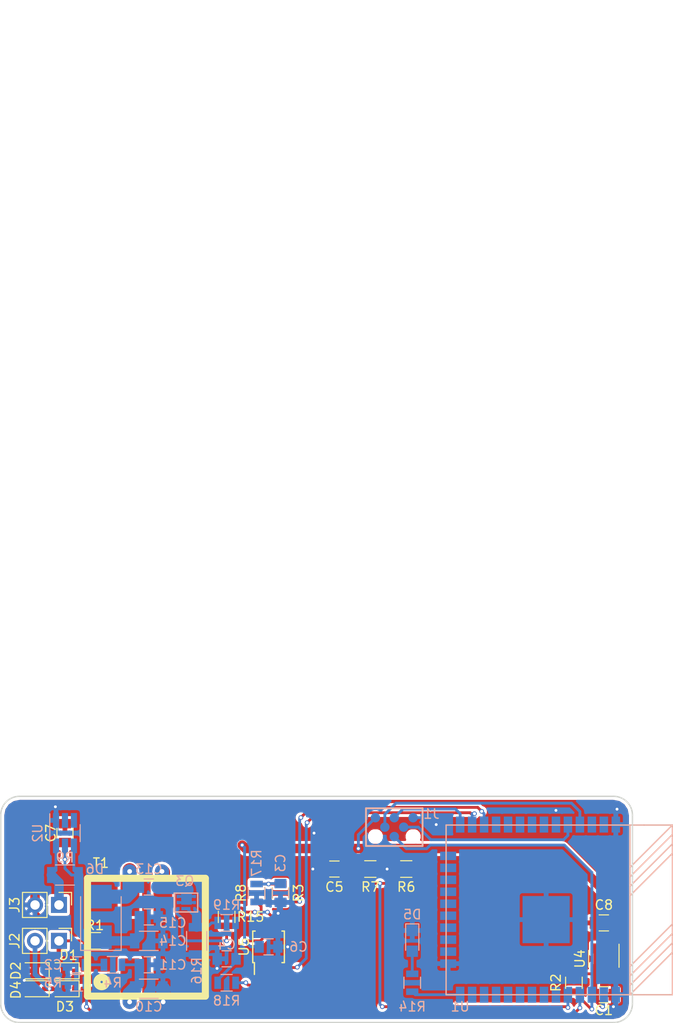
<source format=kicad_pcb>
(kicad_pcb (version 20170920) (host pcbnew no-vcs-found-df472e6~60~ubuntu16.04.1)
  (layers (0 F.Cu signal) (31 B.Cu signal) (34 B.Paste user) (35 F.Paste user) (36 B.SilkS user) (37 F.SilkS user) (38 B.Mask user) (39 F.Mask user) (44 Edge.Cuts user))
  (net 0 "")
  (net 1 GND)
  (net 2 +3V3)
  (net 3 /Vgen)
  (net 4 /Vbatt)
  (net 5 +BATT)
  (net 6 "Net-(D1-Pad2)")
  (net 7 "Net-(D3-Pad2)")
  (net 8 /rstBtn)
  (net 9 /vExtEnable)
  (net 10 "Net-(Q3-Pad1)")
  (net 11 /speedPulse)
  (net 12 /extScl)
  (net 13 /extSda)
  (net 14 "Net-(U1-Pad8)")
  (net 15 "Net-(U1-Pad9)")
  (net 16 "Net-(U1-Pad11)")
  (net 17 "Net-(U1-Pad12)")
  (net 18 "Net-(U1-Pad13)")
  (net 19 "Net-(U1-Pad16)")
  (net 20 "Net-(U1-Pad17)")
  (net 21 "Net-(U1-Pad18)")
  (net 22 "Net-(U1-Pad19)")
  (net 23 "Net-(U1-Pad20)")
  (net 24 "Net-(U1-Pad21)")
  (net 25 "Net-(U1-Pad22)")
  (net 26 "Net-(U1-Pad23)")
  (net 27 "Net-(U1-Pad24)")
  (net 28 "Net-(U1-Pad32)")
  (net 29 "Net-(U1-Pad33)")
  (net 30 "Net-(U1-Pad36)")
  (net 31 "Net-(U1-Pad37)")
  (net 32 "Net-(U4-Pad6)")
  (net 33 "Net-(Q3-Pad2)")
  (net 34 "Net-(C13-Pad2)")
  (net 35 /SepicConv./vIn)
  (net 36 "Net-(C13-Pad1)")
  (net 37 "Net-(U1-Pad7)")
  (net 38 "Net-(R14-Pad1)")
  (net 39 /sepicPwm)
  (net 40 /sepicImax)
  (net 41 "Net-(C3-Pad1)")
  (net 42 "Net-(R8-Pad1)")
  (net 43 "Net-(D5-Pad2)")
  (net 44 "Net-(R15-Pad2)")
  (net 45 "Net-(R18-Pad2)")
  (net 46 "Net-(C4-Pad1)")
  (net 47 "Net-(U5-Pad1)")
  (net 48 "Net-(J1-Pad2)")
  (net 49 "Net-(J1-Pad3)")
  (net 50 /progFlag)
  (net 51 /IBatt)
  (net 52 /IBattSign)
  (net 53 "Net-(J3-Pad1)")
  (module Capacitors_SMD:C_0805 (layer F.Cu) (at 43.815 128.905 90)
    (fp_text reference C7 (at 0 -1.5 90) (layer F.SilkS))
    (fp_text value 470n)
    (pad 2 smd rect (at 1 0 90) (size 1 1.25) (layers F.Cu F.Paste F.Mask) (net 1 GND))
    (pad 1 smd rect (at -1 0 90) (size 1 1.25) (layers F.Cu F.Paste F.Mask) (net 5 +BATT))
  )
  (module Resistors_SMD:R_1206 (layer B.Cu) (at 43.815 133.35 180)
    (fp_text reference R9 (at 0 1.85 180) (layer B.SilkS) (effects (justify mirror)))
    (fp_text value 100m)
    (pad 2 smd rect (at 1.45 0 180) (size 0.9 1.7) (layers B.Cu B.Paste B.Mask) (net 53 "Net-(J3-Pad1)"))
    (pad 1 smd rect (at -1.45 0 180) (size 0.9 1.7) (layers B.Cu B.Paste B.Mask) (net 5 +BATT))
  )
  (module TO_SOT_Packages_SMD:SOT-23-6_Handsoldering (layer B.Cu) (at 43.815 128.905 270)
    (fp_text reference U2 (at 0 2.9 270) (layer B.SilkS) (effects (justify mirror)))
    (fp_text value TS1101)
    (pad 5 smd rect (at 1.35 0 270) (size 1.56 0.65) (layers B.Cu B.Paste B.Mask) (net 5 +BATT))
    (pad 6 smd rect (at 1.35 0.95 270) (size 1.56 0.65) (layers B.Cu B.Paste B.Mask) (net 53 "Net-(J3-Pad1)"))
    (pad 4 smd rect (at 1.35 -0.95 270) (size 1.56 0.65) (layers B.Cu B.Paste B.Mask) (net 5 +BATT))
    (pad 3 smd rect (at -1.35 -0.95 270) (size 1.56 0.65) (layers B.Cu B.Paste B.Mask) (net 51 /IBatt))
    (pad 2 smd rect (at -1.35 0 270) (size 1.56 0.65) (layers B.Cu B.Paste B.Mask) (net 52 /IBattSign))
    (pad 1 smd rect (at -1.35 0.95 270) (size 1.56 0.65) (layers B.Cu B.Paste B.Mask) (net 1 GND))
  )
  (module Capacitors_SMD:C_0805 (layer F.Cu) (at 72.39 132.715 180)
    (fp_text reference C5 (at 0 -1.905 180) (layer F.SilkS))
    (fp_text value 47n)
    (pad 1 smd rect (at -1 0 180) (size 1 1.25) (layers F.Cu F.Paste F.Mask) (net 4 /Vbatt))
    (pad 2 smd rect (at 1 0 180) (size 1 1.25) (layers F.Cu F.Paste F.Mask) (net 1 GND))
  )
  (module myStuff:myPogoPads (layer B.Cu) (at 78.74 128.27)
    (fp_text reference J1 (at 3.937 -1.397) (layer B.SilkS) (effects (justify mirror)))
    (fp_text value Conn_01x06)
    (pad "" np_thru_hole circle (at 2 1) (size 1 1) (drill 1) (layers *.Cu *.Mask))
    (pad "" np_thru_hole circle (at -2 1) (size 1 1) (drill 1) (layers *.Cu *.Mask))
    (pad 6 smd circle (at 2 -1) (size 1 1) (layers B.Cu B.Paste B.Mask) (net 1 GND))
    (pad 5 smd circle (at 0 -1) (size 1 1) (layers B.Cu B.Paste B.Mask) (net 50 /progFlag))
    (pad 4 smd circle (at -2 -1) (size 1 1) (layers B.Cu B.Paste B.Mask) (net 5 +BATT))
    (pad 3 smd circle (at 1 0) (size 1 1) (layers B.Cu B.Paste B.Mask) (net 49 "Net-(J1-Pad3)"))
    (pad 2 smd circle (at -1 0) (size 1 1) (layers B.Cu B.Paste B.Mask) (net 48 "Net-(J1-Pad2)"))
    (pad 1 smd circle (at 0 1) (size 1 1) (layers B.Cu B.Paste B.Mask) (net 8 /rstBtn))
  )
  (module Capacitors_SMD:C_1206 (layer B.Cu) (at 52.705 145.415)
    (fp_text reference C10 (at 0 1.905 180) (layer B.SilkS) (effects (justify mirror)))
    (fp_text value 22u)
    (pad 1 smd rect (at -1.5 0) (size 1 1.6) (layers B.Cu B.Paste B.Mask) (net 35 /SepicConv./vIn))
    (pad 2 smd rect (at 1.5 0) (size 1 1.6) (layers B.Cu B.Paste B.Mask) (net 1 GND))
  )
  (module Capacitors_SMD:C_1206 (layer B.Cu) (at 52.705 140.335)
    (fp_text reference C14 (at 2.54 0) (layer B.SilkS) (effects (justify mirror)))
    (fp_text value 22u)
    (pad 2 smd rect (at 1.5 0) (size 1 1.6) (layers B.Cu B.Paste B.Mask) (net 1 GND))
    (pad 1 smd rect (at -1.5 0) (size 1 1.6) (layers B.Cu B.Paste B.Mask) (net 5 +BATT))
  )
  (module Capacitors_SMD:C_0805 (layer B.Cu) (at 52.705 137.795 180)
    (fp_text reference C15 (at -2.54 -0.635 180) (layer B.SilkS) (effects (justify mirror)))
    (fp_text value 470n)
    (pad 2 smd rect (at 1 0 180) (size 1 1.25) (layers B.Cu B.Paste B.Mask) (net 5 +BATT))
    (pad 1 smd rect (at -1 0 180) (size 1 1.25) (layers B.Cu B.Paste B.Mask) (net 1 GND))
  )
  (module Housings_SSOP:MSOP-8_3x3mm_Pitch0.65mm (layer F.Cu) (at 65.405 140.97 90)
    (fp_text reference U5 (at 0 -2.6 90) (layer F.SilkS))
    (fp_text value MCP1630)
    (pad 1 smd rect (at -2.2 -0.975 90) (size 1.45 0.45) (layers F.Cu F.Paste F.Mask) (net 47 "Net-(U5-Pad1)"))
    (pad 2 smd rect (at -2.2 -0.325 90) (size 1.45 0.45) (layers F.Cu F.Paste F.Mask) (net 47 "Net-(U5-Pad1)"))
    (pad 3 smd rect (at -2.2 0.325 90) (size 1.45 0.45) (layers F.Cu F.Paste F.Mask) (net 45 "Net-(R18-Pad2)"))
    (pad 4 smd rect (at -2.2 0.975 90) (size 1.45 0.45) (layers F.Cu F.Paste F.Mask) (net 39 /sepicPwm))
    (pad 5 smd rect (at 2.2 0.975 90) (size 1.45 0.45) (layers F.Cu F.Paste F.Mask) (net 1 GND))
    (pad 6 smd rect (at 2.2 0.325 90) (size 1.45 0.45) (layers F.Cu F.Paste F.Mask) (net 44 "Net-(R15-Pad2)"))
    (pad 7 smd rect (at 2.2 -0.325 90) (size 1.45 0.45) (layers F.Cu F.Paste F.Mask) (net 5 +BATT))
    (pad 8 smd rect (at 2.2 -0.975 90) (size 1.45 0.45) (layers F.Cu F.Paste F.Mask) (net 42 "Net-(R8-Pad1)"))
  )
  (module LEDs:LED_0805 (layer B.Cu) (at 80.645 140.335 270)
    (fp_text reference D5 (at -2.794 0) (layer B.SilkS) (effects (justify mirror)))
    (fp_text value LED)
    (pad 1 smd rect (at -1.1 0 90) (size 1.2 1.2) (layers B.Cu B.Paste B.Mask) (net 1 GND))
    (pad 2 smd rect (at 1.1 0 90) (size 1.2 1.2) (layers B.Cu B.Paste B.Mask) (net 43 "Net-(D5-Pad2)"))
  )
  (module Resistors_SMD:R_0805 (layer B.Cu) (at 60.96 138.43)
    (fp_text reference R19 (at 0 -1.905) (layer B.SilkS) (effects (justify mirror)))
    (fp_text value 4k7)
    (pad 1 smd rect (at -0.95 0) (size 0.7 1.3) (layers B.Cu B.Paste B.Mask) (net 33 "Net-(Q3-Pad2)"))
    (pad 2 smd rect (at 0.95 0) (size 0.7 1.3) (layers B.Cu B.Paste B.Mask) (net 46 "Net-(C4-Pad1)"))
  )
  (module Resistors_SMD:R_0805 (layer B.Cu) (at 60.96 144.78)
    (fp_text reference R18 (at 0 1.905) (layer B.SilkS) (effects (justify mirror)))
    (fp_text value 4k7)
    (pad 2 smd rect (at 0.95 0) (size 0.7 1.3) (layers B.Cu B.Paste B.Mask) (net 45 "Net-(R18-Pad2)"))
    (pad 1 smd rect (at -0.95 0) (size 0.7 1.3) (layers B.Cu B.Paste B.Mask) (net 46 "Net-(C4-Pad1)"))
  )
  (module Resistors_SMD:R_0805 (layer B.Cu) (at 64.135 135.255 90)
    (fp_text reference R17 (at 3.175 0 270) (layer B.SilkS) (effects (justify mirror)))
    (fp_text value 1k15)
    (pad 2 smd rect (at 0.95 0 90) (size 0.7 1.3) (layers B.Cu B.Paste B.Mask) (net 41 "Net-(C3-Pad1)"))
    (pad 1 smd rect (at -0.95 0 90) (size 0.7 1.3) (layers B.Cu B.Paste B.Mask) (net 1 GND))
  )
  (module Resistors_SMD:R_0805 (layer F.Cu) (at 60.96 137.795 90)
    (fp_text reference R15 (at 0 2.54 180) (layer F.SilkS))
    (fp_text value 10R)
    (pad 2 smd rect (at 0.95 0 90) (size 0.7 1.3) (layers F.Cu F.Paste F.Mask) (net 44 "Net-(R15-Pad2)"))
    (pad 1 smd rect (at -0.95 0 90) (size 0.7 1.3) (layers F.Cu F.Paste F.Mask) (net 10 "Net-(Q3-Pad1)"))
  )
  (module Resistors_SMD:R_1206 (layer B.Cu) (at 57.785 140.335 270)
    (fp_text reference R16 (at 3.175 0 90) (layer B.SilkS) (effects (justify mirror)))
    (fp_text value 0.1R)
    (pad 2 smd rect (at 1.45 0 270) (size 0.9 1.7) (layers B.Cu B.Paste B.Mask) (net 1 GND))
    (pad 1 smd rect (at -1.45 0 270) (size 0.9 1.7) (layers B.Cu B.Paste B.Mask) (net 33 "Net-(Q3-Pad2)"))
  )
  (module TO_SOT_Packages_SMD:SOT-23-6 (layer F.Cu) (at 100.965 142.24 270)
    (fp_text reference U4 (at 0 2.54 270) (layer F.SilkS))
    (fp_text value MAX8881)
    (pad 5 smd rect (at 1.1 0 270) (size 1.06 0.65) (layers F.Cu F.Paste F.Mask) (net 5 +BATT))
    (pad 6 smd rect (at 1.1 -0.95 270) (size 1.06 0.65) (layers F.Cu F.Paste F.Mask) (net 32 "Net-(U4-Pad6)"))
    (pad 4 smd rect (at 1.1 0.95 270) (size 1.06 0.65) (layers F.Cu F.Paste F.Mask) (net 2 +3V3))
    (pad 3 smd rect (at -1.1 0.95 270) (size 1.06 0.65) (layers F.Cu F.Paste F.Mask) (net 2 +3V3))
    (pad 2 smd rect (at -1.1 0 270) (size 1.06 0.65) (layers F.Cu F.Paste F.Mask) (net 1 GND))
    (pad 1 smd rect (at -1.1 -0.95 270) (size 1.06 0.65) (layers F.Cu F.Paste F.Mask) (net 5 +BATT))
  )
  (module myStuff:MSD1260 (layer F.Cu) (at 52.705 139.7 180)
    (fp_text reference T1 (at 5.08 7.62) (layer F.SilkS))
    (fp_text value MSD1260)
    (pad 1 smd rect (at 2 -4.5 180) (size 2 4) (layers F.Cu F.Paste F.Mask) (net 35 /SepicConv./vIn))
    (pad 2 smd rect (at -1.5 -4.5 180) (size 2 4) (layers F.Cu F.Paste F.Mask) (net 1 GND))
    (pad 3 smd rect (at -1.5 4 180) (size 2 4) (layers F.Cu F.Paste F.Mask) (net 34 "Net-(C13-Pad2)"))
    (pad 4 smd rect (at 2 4 180) (size 2 4) (layers F.Cu F.Paste F.Mask) (net 36 "Net-(C13-Pad1)"))
  )
  (module Capacitors_SMD:C_0805 (layer B.Cu) (at 66.675 135.255 270)
    (fp_text reference C3 (at -3.175 0 90) (layer B.SilkS) (effects (justify mirror)))
    (fp_text value 47n)
    (pad 2 smd rect (at 1 0 270) (size 1 1.25) (layers B.Cu B.Paste B.Mask) (net 1 GND))
    (pad 1 smd rect (at -1 0 270) (size 1 1.25) (layers B.Cu B.Paste B.Mask) (net 41 "Net-(C3-Pad1)"))
  )
  (module Resistors_SMD:R_0805 (layer B.Cu) (at 80.645 144.78 90)
    (fp_text reference R14 (at -2.54 0 180) (layer B.SilkS) (effects (justify mirror)))
    (fp_text value 470R)
    (pad 2 smd rect (at 0.95 0 90) (size 0.7 1.3) (layers B.Cu B.Paste B.Mask) (net 43 "Net-(D5-Pad2)"))
    (pad 1 smd rect (at -0.95 0 90) (size 0.7 1.3) (layers B.Cu B.Paste B.Mask) (net 38 "Net-(R14-Pad1)"))
  )
  (module Capacitors_SMD:C_0805 (layer F.Cu) (at 100.965 146.05 180)
    (fp_text reference C1 (at 0 -1.651 180) (layer F.SilkS))
    (fp_text value 470n)
    (pad 1 smd rect (at -1 0 180) (size 1 1.25) (layers F.Cu F.Paste F.Mask) (net 1 GND))
    (pad 2 smd rect (at 1 0 180) (size 1 1.25) (layers F.Cu F.Paste F.Mask) (net 2 +3V3))
  )
  (module Capacitors_SMD:C_0805 (layer B.Cu) (at 45.085 142.875 180)
    (fp_text reference C2 (at 2.54 0 180) (layer B.SilkS) (effects (justify mirror)))
    (fp_text value 47n)
    (pad 2 smd rect (at 1 0 180) (size 1 1.25) (layers B.Cu B.Paste B.Mask) (net 1 GND))
    (pad 1 smd rect (at -1 0 180) (size 1 1.25) (layers B.Cu B.Paste B.Mask) (net 3 /Vgen))
  )
  (module Capacitors_SMD:C_0805 (layer B.Cu) (at 60.96 142.24 180)
    (fp_text reference C4 (at 0 1.5 180) (layer B.SilkS) (effects (justify mirror)))
    (fp_text value 47p)
    (pad 1 smd rect (at -1 0 180) (size 1 1.25) (layers B.Cu B.Paste B.Mask) (net 46 "Net-(C4-Pad1)"))
    (pad 2 smd rect (at 1 0 180) (size 1 1.25) (layers B.Cu B.Paste B.Mask) (net 1 GND))
  )
  (module Capacitors_SMD:C_0805 (layer B.Cu) (at 65.405 140.97 180)
    (fp_text reference C6 (at -3.175 0 180) (layer B.SilkS) (effects (justify mirror)))
    (fp_text value 470n)
    (pad 1 smd rect (at -1 0 180) (size 1 1.25) (layers B.Cu B.Paste B.Mask) (net 1 GND))
    (pad 2 smd rect (at 1 0 180) (size 1 1.25) (layers B.Cu B.Paste B.Mask) (net 5 +BATT))
  )
  (module Capacitors_SMD:C_0805 (layer F.Cu) (at 100.965 138.43 180)
    (fp_text reference C8 (at 0 1.905 180) (layer F.SilkS))
    (fp_text value 470n)
    (pad 2 smd rect (at 1 0 180) (size 1 1.25) (layers F.Cu F.Paste F.Mask) (net 1 GND))
    (pad 1 smd rect (at -1 0 180) (size 1 1.25) (layers F.Cu F.Paste F.Mask) (net 5 +BATT))
  )
  (module Capacitors_SMD:C_0805 (layer B.Cu) (at 52.705 142.875 180)
    (fp_text reference C11 (at -2.54 0 180) (layer B.SilkS) (effects (justify mirror)))
    (fp_text value 470n)
    (pad 2 smd rect (at 1 0 180) (size 1 1.25) (layers B.Cu B.Paste B.Mask) (net 35 /SepicConv./vIn))
    (pad 1 smd rect (at -1 0 180) (size 1 1.25) (layers B.Cu B.Paste B.Mask) (net 1 GND))
  )
  (module Capacitors_SMD:C_0805 (layer B.Cu) (at 52.705 134.62)
    (fp_text reference C13 (at 0 -1.905) (layer B.SilkS) (effects (justify mirror)))
    (fp_text value 1u)
    (pad 2 smd rect (at 1 0) (size 1 1.25) (layers B.Cu B.Paste B.Mask) (net 34 "Net-(C13-Pad2)"))
    (pad 1 smd rect (at -1 0) (size 1 1.25) (layers B.Cu B.Paste B.Mask) (net 36 "Net-(C13-Pad1)"))
  )
  (module Diodes_SMD:D_SOD-323 (layer F.Cu) (at 43.815 143.51 180)
    (fp_text reference D1 (at -0.381 1.651) (layer F.SilkS))
    (fp_text value B5819WS)
    (pad 2 smd rect (at 1.05 0 180) (size 0.6 0.45) (layers F.Cu F.Paste F.Mask) (net 6 "Net-(D1-Pad2)"))
    (pad 1 smd rect (at -1.05 0 180) (size 0.6 0.45) (layers F.Cu F.Paste F.Mask) (net 35 /SepicConv./vIn))
  )
  (module Diodes_SMD:D_SOD-323 (layer F.Cu) (at 40.64 143.51 180)
    (fp_text reference D2 (at 2.032 0 90) (layer F.SilkS))
    (fp_text value B5819WS)
    (pad 1 smd rect (at -1.05 0 180) (size 0.6 0.45) (layers F.Cu F.Paste F.Mask) (net 6 "Net-(D1-Pad2)"))
    (pad 2 smd rect (at 1.05 0 180) (size 0.6 0.45) (layers F.Cu F.Paste F.Mask) (net 1 GND))
  )
  (module Diodes_SMD:D_SOD-323 (layer F.Cu) (at 43.815 145.415 180)
    (fp_text reference D3 (at 0 -1.905) (layer F.SilkS))
    (fp_text value B5819WS)
    (pad 2 smd rect (at 1.05 0 180) (size 0.6 0.45) (layers F.Cu F.Paste F.Mask) (net 7 "Net-(D3-Pad2)"))
    (pad 1 smd rect (at -1.05 0 180) (size 0.6 0.45) (layers F.Cu F.Paste F.Mask) (net 35 /SepicConv./vIn))
  )
  (module Diodes_SMD:D_SOD-323 (layer F.Cu) (at 40.64 145.415 180)
    (fp_text reference D4 (at 2.032 -0.127 90) (layer F.SilkS))
    (fp_text value B5819WS)
    (pad 2 smd rect (at 1.05 0 180) (size 0.6 0.45) (layers F.Cu F.Paste F.Mask) (net 1 GND))
    (pad 1 smd rect (at -1.05 0 180) (size 0.6 0.45) (layers F.Cu F.Paste F.Mask) (net 7 "Net-(D3-Pad2)"))
  )
  (module Diodes_SMD:D_SMB_Standard (layer B.Cu) (at 47.625 137.795 90)
    (fp_text reference D6 (at 5.08 -0.635 180) (layer B.SilkS) (effects (justify mirror)))
    (fp_text value STPS3L40UF)
    (pad 2 smd rect (at 2.15 0 90) (size 2.5 2.3) (layers B.Cu B.Paste B.Mask) (net 36 "Net-(C13-Pad1)"))
    (pad 1 smd rect (at -2.15 0 90) (size 2.5 2.3) (layers B.Cu B.Paste B.Mask) (net 5 +BATT))
  )
  (module myStuff:PowerFLAT_2x2 (layer B.Cu) (at 56.642 136.271 270)
    (fp_text reference Q3 (at -2.286 0.127) (layer B.SilkS) (effects (justify mirror)))
    (fp_text value STL6N3LLH6)
    (pad 2 smd rect (at 0.65 0 270) (size 0.35 0.95) (layers B.Cu B.Paste B.Mask) (net 33 "Net-(Q3-Pad2)"))
    (pad 3 smd rect (at -0.3 -0.0625 270) (size 1.05 1.125) (layers B.Cu B.Paste B.Mask) (net 34 "Net-(C13-Pad2)"))
    (pad 1 smd rect (at 0.65 0.825 270) (size 0.35 0.3) (layers B.Cu B.Paste B.Mask) (net 10 "Net-(Q3-Pad1)"))
    (pad 3 smd rect (at -0.65 0.825 270) (size 0.35 0.3) (layers B.Cu B.Paste B.Mask) (net 34 "Net-(C13-Pad2)"))
    (pad 3 smd rect (at 0 0.825 270) (size 0.35 0.3) (layers B.Cu B.Paste B.Mask) (net 34 "Net-(C13-Pad2)"))
    (pad 3 smd rect (at -0.65 -0.925 270) (size 0.35 0.3) (layers B.Cu B.Paste B.Mask) (net 34 "Net-(C13-Pad2)"))
    (pad 3 smd rect (at 0 -0.925 270) (size 0.35 0.3) (layers B.Cu B.Paste B.Mask) (net 34 "Net-(C13-Pad2)"))
    (pad 2 smd rect (at 0.65 -0.925 270) (size 0.35 0.3) (layers B.Cu B.Paste B.Mask) (net 33 "Net-(Q3-Pad2)"))
  )
  (module Resistors_SMD:R_0805 (layer F.Cu) (at 46.99 140.335)
    (fp_text reference R1 (at 0 -1.65) (layer F.SilkS))
    (fp_text value 47k)
    (pad 2 smd rect (at 0.949999 0) (size 0.7 1.3) (layers F.Cu F.Paste F.Mask) (net 11 /speedPulse))
    (pad 1 smd rect (at -0.949999 0) (size 0.7 1.3) (layers F.Cu F.Paste F.Mask) (net 6 "Net-(D1-Pad2)"))
  )
  (module Resistors_SMD:R_0805 (layer F.Cu) (at 97.79 144.78 270)
    (fp_text reference R2 (at 0 1.905 270) (layer F.SilkS))
    (fp_text value 470k)
    (pad 1 smd rect (at -0.95 0 270) (size 0.7 1.3) (layers F.Cu F.Paste F.Mask) (net 2 +3V3))
    (pad 2 smd rect (at 0.95 0 270) (size 0.7 1.3) (layers F.Cu F.Paste F.Mask) (net 8 /rstBtn))
  )
  (module Resistors_SMD:R_0805 (layer F.Cu) (at 66.675 135.255 270)
    (fp_text reference R3 (at 0 -1.905 90) (layer F.SilkS))
    (fp_text value 4k7)
    (pad 2 smd rect (at 0.95 0 270) (size 0.7 1.3) (layers F.Cu F.Paste F.Mask) (net 40 /sepicImax))
    (pad 1 smd rect (at -0.95 0 270) (size 0.7 1.3) (layers F.Cu F.Paste F.Mask) (net 41 "Net-(C3-Pad1)"))
  )
  (module Resistors_SMD:R_0805 (layer B.Cu) (at 48.895 142.875 180)
    (fp_text reference R4 (at 0 -1.905 180) (layer B.SilkS) (effects (justify mirror)))
    (fp_text value 30k1)
    (pad 2 smd rect (at 0.95 0 180) (size 0.7 1.3) (layers B.Cu B.Paste B.Mask) (net 3 /Vgen))
    (pad 1 smd rect (at -0.95 0 180) (size 0.7 1.3) (layers B.Cu B.Paste B.Mask) (net 35 /SepicConv./vIn))
  )
  (module Resistors_SMD:R_0805 (layer B.Cu) (at 45.085 144.78 180)
    (fp_text reference R5 (at 2.54 0 180) (layer B.SilkS) (effects (justify mirror)))
    (fp_text value 1k15)
    (pad 1 smd rect (at -0.95 0 180) (size 0.7 1.3) (layers B.Cu B.Paste B.Mask) (net 3 /Vgen))
    (pad 2 smd rect (at 0.95 0 180) (size 0.7 1.3) (layers B.Cu B.Paste B.Mask) (net 1 GND))
  )
  (module Resistors_SMD:R_0805 (layer F.Cu) (at 80.01 132.715 180)
    (fp_text reference R6 (at 0 -1.905 180) (layer F.SilkS))
    (fp_text value 1M150)
    (pad 1 smd rect (at -0.95 0 180) (size 0.7 1.3) (layers F.Cu F.Paste F.Mask) (net 5 +BATT))
    (pad 2 smd rect (at 0.95 0 180) (size 0.7 1.3) (layers F.Cu F.Paste F.Mask) (net 4 /Vbatt))
  )
  (module Resistors_SMD:R_0805 (layer F.Cu) (at 76.2 132.715)
    (fp_text reference R7 (at 0 1.905) (layer F.SilkS))
    (fp_text value 365k)
    (pad 2 smd rect (at 0.95 0) (size 0.7 1.3) (layers F.Cu F.Paste F.Mask) (net 1 GND))
    (pad 1 smd rect (at -0.95 0) (size 0.7 1.3) (layers F.Cu F.Paste F.Mask) (net 4 /Vbatt))
  )
  (module Resistors_SMD:R_0805 (layer F.Cu) (at 64.135 135.255 90)
    (fp_text reference R8 (at 0 -1.65 90) (layer F.SilkS))
    (fp_text value 4k7)
    (pad 1 smd rect (at -0.95 0 90) (size 0.7 1.3) (layers F.Cu F.Paste F.Mask) (net 42 "Net-(R8-Pad1)"))
    (pad 2 smd rect (at 0.95 0 90) (size 0.7 1.3) (layers F.Cu F.Paste F.Mask) (net 41 "Net-(C3-Pad1)"))
  )
  (module myStuff:ESP-WROOM-32 (layer B.Cu) (at 102.235 146.05 90)
    (fp_text reference U1 (at -1.27 -16.51 180) (layer B.SilkS) (effects (justify mirror)))
    (fp_text value ESP-WROOM-32)
    (pad 1 smd rect (at 0 0 90) (size 1.7 0.9) (layers B.Cu B.Paste B.Mask) (net 1 GND))
    (pad 2 smd rect (at 0 -1.27 90) (size 1.7 0.9) (layers B.Cu B.Paste B.Mask) (net 2 +3V3))
    (pad 3 smd rect (at 0 -2.54 90) (size 1.7 0.9) (layers B.Cu B.Paste B.Mask) (net 8 /rstBtn))
    (pad 4 smd rect (at 0 -3.81 90) (size 1.7 0.9) (layers B.Cu B.Paste B.Mask) (net 3 /Vgen))
    (pad 5 smd rect (at 0 -5.08 90) (size 1.7 0.9) (layers B.Cu B.Paste B.Mask) (net 4 /Vbatt))
    (pad 6 smd rect (at 0 -6.35 90) (size 1.7 0.9) (layers B.Cu B.Paste B.Mask) (net 51 /IBatt))
    (pad 7 smd rect (at 0 -7.62 90) (size 1.7 0.9) (layers B.Cu B.Paste B.Mask) (net 37 "Net-(U1-Pad7)"))
    (pad 8 smd rect (at 0 -8.89 90) (size 1.7 0.9) (layers B.Cu B.Paste B.Mask) (net 14 "Net-(U1-Pad8)"))
    (pad 9 smd rect (at 0 -10.16 90) (size 1.7 0.9) (layers B.Cu B.Paste B.Mask) (net 15 "Net-(U1-Pad9)"))
    (pad 10 smd rect (at 0 -11.43 90) (size 1.7 0.9) (layers B.Cu B.Paste B.Mask) (net 52 /IBattSign))
    (pad 11 smd rect (at 0 -12.7 90) (size 1.7 0.9) (layers B.Cu B.Paste B.Mask) (net 16 "Net-(U1-Pad11)"))
    (pad 12 smd rect (at 0 -13.97 90) (size 1.7 0.9) (layers B.Cu B.Paste B.Mask) (net 17 "Net-(U1-Pad12)"))
    (pad 13 smd rect (at 0 -15.24 90) (size 1.7 0.9) (layers B.Cu B.Paste B.Mask) (net 18 "Net-(U1-Pad13)"))
    (pad 14 smd rect (at 0 -16.51 90) (size 1.7 0.9) (layers B.Cu B.Paste B.Mask) (net 38 "Net-(R14-Pad1)"))
    (pad 15 smd rect (at 3.3 -17.78) (size 1.7 0.9) (layers B.Cu B.Paste B.Mask) (net 1 GND))
    (pad 16 smd rect (at 4.57 -17.78) (size 1.7 0.9) (layers B.Cu B.Paste B.Mask) (net 19 "Net-(U1-Pad16)"))
    (pad 17 smd rect (at 5.84 -17.78) (size 1.7 0.9) (layers B.Cu B.Paste B.Mask) (net 20 "Net-(U1-Pad17)"))
    (pad 18 smd rect (at 7.11 -17.78) (size 1.7 0.9) (layers B.Cu B.Paste B.Mask) (net 21 "Net-(U1-Pad18)"))
    (pad 19 smd rect (at 8.38 -17.78) (size 1.7 0.9) (layers B.Cu B.Paste B.Mask) (net 22 "Net-(U1-Pad19)"))
    (pad 20 smd rect (at 9.65 -17.78) (size 1.7 0.9) (layers B.Cu B.Paste B.Mask) (net 23 "Net-(U1-Pad20)"))
    (pad 21 smd rect (at 10.92 -17.78) (size 1.7 0.9) (layers B.Cu B.Paste B.Mask) (net 24 "Net-(U1-Pad21)"))
    (pad 22 smd rect (at 12.19 -17.78) (size 1.7 0.9) (layers B.Cu B.Paste B.Mask) (net 25 "Net-(U1-Pad22)"))
    (pad 23 smd rect (at 13.46 -17.78) (size 1.7 0.9) (layers B.Cu B.Paste B.Mask) (net 26 "Net-(U1-Pad23)"))
    (pad 24 smd rect (at 14.73 -17.78) (size 1.7 0.9) (layers B.Cu B.Paste B.Mask) (net 27 "Net-(U1-Pad24)"))
    (pad 25 smd rect (at 18.05 -16.51 90) (size 1.7 0.9) (layers B.Cu B.Paste B.Mask) (net 50 /progFlag))
    (pad 26 smd rect (at 18.05 -15.24 90) (size 1.7 0.9) (layers B.Cu B.Paste B.Mask) (net 39 /sepicPwm))
    (pad 27 smd rect (at 18.05 -13.97 90) (size 1.7 0.9) (layers B.Cu B.Paste B.Mask) (net 40 /sepicImax))
    (pad 28 smd rect (at 18.05 -12.7 90) (size 1.7 0.9) (layers B.Cu B.Paste B.Mask) (net 9 /vExtEnable))
    (pad 29 smd rect (at 18.05 -11.43 90) (size 1.7 0.9) (layers B.Cu B.Paste B.Mask) (net 11 /speedPulse))
    (pad 30 smd rect (at 18.05 -10.16 90) (size 1.7 0.9) (layers B.Cu B.Paste B.Mask) (net 12 /extScl))
    (pad 31 smd rect (at 18.05 -8.89 90) (size 1.7 0.9) (layers B.Cu B.Paste B.Mask) (net 13 /extSda))
    (pad 32 smd rect (at 18.05 -7.62 90) (size 1.7 0.9) (layers B.Cu B.Paste B.Mask) (net 28 "Net-(U1-Pad32)"))
    (pad 33 smd rect (at 18.05 -6.35 90) (size 1.7 0.9) (layers B.Cu B.Paste B.Mask) (net 29 "Net-(U1-Pad33)"))
    (pad 34 smd rect (at 18.05 -5.08 90) (size 1.7 0.9) (layers B.Cu B.Paste B.Mask) (net 49 "Net-(J1-Pad3)"))
    (pad 35 smd rect (at 18.05 -3.81 90) (size 1.7 0.9) (layers B.Cu B.Paste B.Mask) (net 48 "Net-(J1-Pad2)"))
    (pad 36 smd rect (at 18.05 -2.54 90) (size 1.7 0.9) (layers B.Cu B.Paste B.Mask) (net 30 "Net-(U1-Pad36)"))
    (pad 37 smd rect (at 18.05 -1.27 90) (size 1.7 0.9) (layers B.Cu B.Paste B.Mask) (net 31 "Net-(U1-Pad37)"))
    (pad 38 smd rect (at 18.05 0 90) (size 1.7 0.9) (layers B.Cu B.Paste B.Mask) (net 1 GND))
    (pad 39 smd rect (at 7.97 -7.39) (size 5 5) (layers B.Cu B.Paste B.Mask) (net 1 GND))
  )
  (module Pin_Headers:Pin_Header_Straight_1x02_Pitch2.54mm (layer F.Cu) (at 43.18 140.335 270)
    (fp_text reference J2 (at 0 4.699 270) (layer F.SilkS))
    (fp_text value "Gen. IN")
    (pad 2 thru_hole oval (at 0 2.54 270) (size 1.7 1.7) (drill 1) (layers *.Cu *.Mask) (net 7 "Net-(D3-Pad2)"))
    (pad 1 thru_hole rect (at 0 0 270) (size 1.7 1.7) (drill 1) (layers *.Cu *.Mask) (net 6 "Net-(D1-Pad2)"))
  )
  (module Pin_Headers:Pin_Header_Straight_1x02_Pitch2.54mm (layer F.Cu) (at 43.18 136.525 270)
    (fp_text reference J3 (at 0 4.699 270) (layer F.SilkS))
    (fp_text value Bat)
    (pad 1 thru_hole rect (at 0 0 270) (size 1.7 1.7) (drill 1) (layers *.Cu *.Mask) (net 53 "Net-(J3-Pad1)"))
    (pad 2 thru_hole oval (at 0 2.54 270) (size 1.7 1.7) (drill 1) (layers *.Cu *.Mask) (net 1 GND))
  )
  (gr_arc (start 102 127) (end 104 127) (angle -90) (layer Edge.Cuts) (width 0.15))
  (gr_arc (start 102 147) (end 102 149) (angle -90) (layer Edge.Cuts) (width 0.15))
  (gr_arc (start 39 147) (end 37 147) (angle -90) (layer Edge.Cuts) (width 0.15))
  (gr_arc (start 39 127) (end 39 125) (angle -90) (layer Edge.Cuts) (width 0.15))
  (gr_line (start 102 125) (end 39 125) (layer Edge.Cuts) (width 0.15))
  (gr_line (start 39 149) (end 102 149) (layer Edge.Cuts) (width 0.15))
  (gr_line (start 37 127) (end 37 147) (layer Edge.Cuts) (width 0.15))
  (gr_line (start 104 127) (end 104 147) (layer Edge.Cuts) (width 0.15))
  (segment (start 42.104919 133.858) (end 42.104919 126.805081) (width 0.3) (layer F.Cu) (net 1))
  (segment (start 42.104919 126.805081) (end 42.799 126.111) (width 0.3) (layer F.Cu) (net 1))
  (segment (start 42.799 126.111) (end 42.799 127.489) (width 0.3) (layer B.Cu) (net 1))
  (segment (start 42.799 127.489) (end 42.865 127.555) (width 0.3) (layer B.Cu) (net 1))
  (segment (start 43.815 127.905) (end 43.815 127.127) (width 0.3) (layer F.Cu) (net 1))
  (segment (start 43.815 127.127) (end 42.799 126.111) (width 0.3) (layer F.Cu) (net 1))
  (via (at 42.799 126.111) (size 0.5) (drill 0.3) (layers F.Cu B.Cu) (net 1))
  (segment (start 40.64 135.322919) (end 42.104919 133.858) (width 1) (layer F.Cu) (net 1))
  (segment (start 51.308 128.905) (end 56.292092 128.905) (width 1) (layer F.Cu) (net 1))
  (segment (start 42.104919 133.858) (end 46.355 133.858) (width 1) (layer F.Cu) (net 1))
  (segment (start 46.355 133.858) (end 51.308 128.905) (width 1) (layer F.Cu) (net 1))
  (segment (start 56.292092 128.905) (end 70.104 128.905) (width 1) (layer F.Cu) (net 1))
  (segment (start 40.64 136.525) (end 40.64 135.322919) (width 1) (layer F.Cu) (net 1))
  (segment (start 44.085 142.875) (end 44.085 144.73) (width 0.3) (layer B.Cu) (net 1))
  (segment (start 44.085 144.73) (end 44.135 144.78) (width 0.3) (layer B.Cu) (net 1))
  (segment (start 43.561 146.431) (end 44.135 145.857) (width 0.3) (layer B.Cu) (net 1))
  (segment (start 44.135 145.857) (end 44.135 144.78) (width 0.3) (layer B.Cu) (net 1))
  (segment (start 39.496996 144.526) (end 41.401996 146.431) (width 0.3) (layer B.Cu) (net 1))
  (segment (start 41.401996 146.431) (end 43.561 146.431) (width 0.3) (layer B.Cu) (net 1))
  (via (at 95.885 126.492) (size 0.5) (drill 0.3) (layers F.Cu B.Cu) (net 1))
  (segment (start 82.423 137.16) (end 82.423 139.192) (width 0.3) (layer B.Cu) (net 1))
  (segment (start 82.423 139.192) (end 82.423 141.986) (width 0.3) (layer B.Cu) (net 1))
  (segment (start 80.645 139.235) (end 82.38 139.235) (width 0.3) (layer B.Cu) (net 1))
  (segment (start 82.38 139.235) (end 82.423 139.192) (width 0.3) (layer B.Cu) (net 1))
  (segment (start 82.423 141.986) (end 83.187 142.75) (width 0.3) (layer B.Cu) (net 1))
  (segment (start 83.187 142.75) (end 84.455 142.75) (width 0.3) (layer B.Cu) (net 1))
  (segment (start 77.978 132.715) (end 82.423 137.16) (width 0.3) (layer B.Cu) (net 1))
  (segment (start 77.978 132.715) (end 70.104 132.715) (width 0.3) (layer B.Cu) (net 1))
  (segment (start 77.15 132.715) (end 77.978 132.715) (width 0.3) (layer F.Cu) (net 1))
  (via (at 77.978 132.715) (size 0.5) (drill 0.3) (layers F.Cu B.Cu) (net 1))
  (segment (start 70.104 132.715) (end 70.104 129.032) (width 0.3) (layer B.Cu) (net 1))
  (segment (start 70.104 129.032) (end 70.231 128.905) (width 0.3) (layer B.Cu) (net 1))
  (via (at 70.231 128.905) (size 0.5) (drill 0.3) (layers F.Cu B.Cu) (net 1))
  (segment (start 71.39 132.715) (end 70.104 132.715) (width 0.3) (layer F.Cu) (net 1))
  (via (at 70.104 132.715) (size 0.5) (drill 0.3) (layers F.Cu B.Cu) (net 1))
  (segment (start 71.136001 127.999999) (end 83.185 127.999999) (width 1) (layer F.Cu) (net 1))
  (segment (start 83.185 127.999999) (end 100.727001 127.999999) (width 1) (layer F.Cu) (net 1))
  (segment (start 80.74 127.27) (end 82.455001 127.27) (width 0.3) (layer B.Cu) (net 1))
  (segment (start 82.455001 127.27) (end 83.185 127.999999) (width 0.3) (layer B.Cu) (net 1))
  (via (at 83.185 127.999999) (size 0.5) (drill 0.3) (layers F.Cu B.Cu) (net 1))
  (segment (start 102.235 128) (end 102.235 126.492) (width 0.5) (layer B.Cu) (net 1))
  (segment (start 102.235 126.492) (end 102.362 126.365) (width 0.5) (layer B.Cu) (net 1))
  (segment (start 70.231 128.905) (end 71.136001 127.999999) (width 1) (layer F.Cu) (net 1))
  (segment (start 100.727001 127.999999) (end 102.362 126.365) (width 1) (layer F.Cu) (net 1))
  (via (at 102.362 126.365) (size 0.5) (drill 0.3) (layers F.Cu B.Cu) (net 1))
  (segment (start 70.231 128.905) (end 70.612 128.905) (width 0.3) (layer F.Cu) (net 1))
  (segment (start 39.246997 144.276001) (end 39.496996 144.526) (width 0.5) (layer B.Cu) (net 1))
  (segment (start 39.246997 137.918003) (end 39.246997 144.276001) (width 0.5) (layer B.Cu) (net 1))
  (segment (start 40.64 136.525) (end 39.246997 137.918003) (width 0.5) (layer B.Cu) (net 1))
  (segment (start 54.229 146.317026) (end 54.229 146.812) (width 1.5) (layer F.Cu) (net 1))
  (segment (start 54.229 144.224) (end 54.229 146.317026) (width 1.5) (layer F.Cu) (net 1))
  (segment (start 54.205 144.2) (end 54.229 144.224) (width 1.5) (layer F.Cu) (net 1))
  (segment (start 54.229 146.317026) (end 54.229 146.812) (width 1.5) (layer B.Cu) (net 1))
  (segment (start 54.205 145.415) (end 54.229 145.439) (width 1.5) (layer B.Cu) (net 1))
  (segment (start 54.229 145.439) (end 54.229 146.317026) (width 1.5) (layer B.Cu) (net 1))
  (via (at 54.229 146.812) (size 0.7) (drill 0.5) (layers F.Cu B.Cu) (net 1))
  (segment (start 54.205 144.2) (end 54.205 141.835) (width 0.5) (layer F.Cu) (net 1))
  (segment (start 54.205 141.835) (end 50.927 138.557) (width 0.5) (layer F.Cu) (net 1))
  (segment (start 50.927 138.557) (end 41.91 138.557) (width 0.5) (layer F.Cu) (net 1))
  (segment (start 41.91 138.557) (end 40.64 137.287) (width 0.5) (layer F.Cu) (net 1))
  (segment (start 40.64 137.287) (end 40.64 136.525) (width 0.5) (layer F.Cu) (net 1))
  (segment (start 61.468 141.732) (end 66.675 141.732) (width 0.3) (layer F.Cu) (net 1))
  (segment (start 66.675 141.732) (end 67.437 140.97) (width 0.3) (layer F.Cu) (net 1))
  (segment (start 59.944 143.256) (end 61.468 141.732) (width 0.3) (layer F.Cu) (net 1))
  (segment (start 59.96 142.24) (end 59.96 143.24) (width 0.3) (layer B.Cu) (net 1))
  (segment (start 59.96 143.24) (end 59.944 143.256) (width 0.3) (layer B.Cu) (net 1))
  (via (at 59.944 143.256) (size 0.5) (drill 0.3) (layers F.Cu B.Cu) (net 1))
  (segment (start 102.235 139.827) (end 102.235 129.35) (width 0.5) (layer B.Cu) (net 1))
  (segment (start 102.235 129.35) (end 102.235 128) (width 0.5) (layer B.Cu) (net 1))
  (segment (start 102.235 139.827) (end 102.235 141.733553) (width 0.5) (layer B.Cu) (net 1))
  (segment (start 101.965 146.05) (end 101.965 147.304022) (width 0.5) (layer F.Cu) (net 1))
  (segment (start 102.230999 147.070023) (end 101.981 147.320022) (width 0.5) (layer B.Cu) (net 1))
  (segment (start 102.235 147.066022) (end 102.230999 147.070023) (width 0.5) (layer B.Cu) (net 1))
  (segment (start 102.235 146.05) (end 102.235 147.066022) (width 0.5) (layer B.Cu) (net 1))
  (segment (start 101.965 147.304022) (end 101.981 147.320022) (width 0.5) (layer F.Cu) (net 1))
  (via (at 101.981 147.320022) (size 0.5) (drill 0.3) (layers F.Cu B.Cu) (net 1))
  (segment (start 102.235 141.733553) (end 102.235 144.7) (width 0.5) (layer B.Cu) (net 1))
  (segment (start 102.235 144.7) (end 102.235 146.05) (width 0.5) (layer B.Cu) (net 1))
  (segment (start 100.682 139.827) (end 100.047 139.192) (width 0.5) (layer F.Cu) (net 1))
  (segment (start 100.965 140.11) (end 100.682 139.827) (width 0.5) (layer F.Cu) (net 1))
  (segment (start 100.047 139.192) (end 100.047 138.512) (width 0.5) (layer F.Cu) (net 1))
  (segment (start 100.047 138.512) (end 99.965 138.43) (width 0.5) (layer F.Cu) (net 1))
  (segment (start 100.965 141.14) (end 100.965 140.11) (width 0.5) (layer F.Cu) (net 1))
  (segment (start 66.38 138.77) (end 66.38 139.913) (width 0.3) (layer F.Cu) (net 1))
  (segment (start 66.38 139.913) (end 67.437 140.97) (width 0.3) (layer F.Cu) (net 1))
  (segment (start 66.405 140.97) (end 67.437 140.97) (width 0.5) (layer B.Cu) (net 1))
  (via (at 67.437 140.97) (size 0.5) (drill 0.3) (layers F.Cu B.Cu) (net 1))
  (segment (start 39.59 144.526) (end 39.496996 144.526) (width 0.5) (layer F.Cu) (net 1))
  (via (at 39.496996 144.526) (size 0.5) (drill 0.3) (layers F.Cu B.Cu) (net 1))
  (segment (start 39.59 144.526) (end 39.59 145.415) (width 0.5) (layer F.Cu) (net 1))
  (segment (start 39.59 143.51) (end 39.59 144.526) (width 0.5) (layer F.Cu) (net 1))
  (segment (start 66.675 136.255) (end 64.185 136.255) (width 0.3) (layer B.Cu) (net 1))
  (segment (start 64.185 136.255) (end 64.135 136.205) (width 0.3) (layer B.Cu) (net 1))
  (segment (start 66.421 137.414) (end 66.421 136.509) (width 0.3) (layer B.Cu) (net 1))
  (segment (start 66.421 136.509) (end 66.675 136.255) (width 0.3) (layer B.Cu) (net 1))
  (segment (start 66.38 138.77) (end 66.38 137.455) (width 0.3) (layer F.Cu) (net 1))
  (segment (start 66.38 137.455) (end 66.421 137.414) (width 0.3) (layer F.Cu) (net 1))
  (via (at 66.421 137.414) (size 0.5) (drill 0.3) (layers F.Cu B.Cu) (net 1))
  (segment (start 57.785 141.785) (end 59.505 141.785) (width 0.3) (layer B.Cu) (net 1))
  (segment (start 59.505 141.785) (end 59.96 142.24) (width 0.3) (layer B.Cu) (net 1))
  (segment (start 57.785 141.785) (end 58.185 141.785) (width 0.3) (layer B.Cu) (net 1))
  (segment (start 53.975 141.68) (end 54.027 141.732) (width 0.3) (layer B.Cu) (net 1))
  (segment (start 54.027 141.732) (end 57.732 141.732) (width 0.3) (layer B.Cu) (net 1))
  (segment (start 57.732 141.732) (end 57.785 141.785) (width 0.3) (layer B.Cu) (net 1))
  (segment (start 53.975 141.68) (end 53.705 141.95) (width 0.3) (layer B.Cu) (net 1))
  (segment (start 54.205 141.45) (end 53.975 141.68) (width 0.3) (layer B.Cu) (net 1))
  (segment (start 54.205 140.335) (end 54.205 141.45) (width 0.3) (layer B.Cu) (net 1))
  (segment (start 53.705 141.95) (end 53.705 142.875) (width 0.3) (layer B.Cu) (net 1))
  (segment (start 54.229 139.244) (end 54.229 140.311) (width 0.3) (layer B.Cu) (net 1))
  (segment (start 54.229 140.311) (end 54.205 140.335) (width 0.3) (layer B.Cu) (net 1))
  (segment (start 53.705 137.795) (end 53.705 138.72) (width 0.3) (layer B.Cu) (net 1))
  (segment (start 53.705 138.72) (end 54.229 139.244) (width 0.3) (layer B.Cu) (net 1))
  (segment (start 54.205 145.415) (end 54.205 144.121) (width 0.3) (layer B.Cu) (net 1))
  (segment (start 54.205 144.121) (end 53.705 143.621) (width 0.3) (layer B.Cu) (net 1))
  (segment (start 53.705 143.621) (end 53.705 142.875) (width 0.3) (layer B.Cu) (net 1))
  (segment (start 43.815 131.699) (end 43.815 132.65) (width 0.3) (layer B.Cu) (net 5))
  (segment (start 43.815 132.65) (end 44.515 133.35) (width 0.3) (layer B.Cu) (net 5))
  (segment (start 44.515 133.35) (end 45.265 133.35) (width 0.3) (layer B.Cu) (net 5))
  (segment (start 43.815 131.699) (end 43.815 129.905) (width 0.3) (layer F.Cu) (net 5))
  (segment (start 43.815 130.255) (end 43.815 131.699) (width 0.3) (layer B.Cu) (net 5))
  (via (at 43.815 131.699) (size 0.5) (drill 0.3) (layers F.Cu B.Cu) (net 5))
  (segment (start 100.015 143.34) (end 100.015 143.891) (width 0.5) (layer F.Cu) (net 2))
  (segment (start 100.015 143.891) (end 100.015 146) (width 0.5) (layer F.Cu) (net 2))
  (segment (start 97.79 143.83) (end 99.954 143.83) (width 0.3) (layer F.Cu) (net 2))
  (segment (start 99.954 143.83) (end 100.015 143.891) (width 0.3) (layer F.Cu) (net 2))
  (segment (start 100.588001 147.070001) (end 100.838 147.32) (width 0.5) (layer F.Cu) (net 2))
  (segment (start 99.965 146.447) (end 100.588001 147.070001) (width 0.5) (layer F.Cu) (net 2))
  (segment (start 100.838 146.966447) (end 100.838 147.32) (width 0.5) (layer B.Cu) (net 2))
  (segment (start 100.838 146.177) (end 100.838 146.966447) (width 0.5) (layer B.Cu) (net 2))
  (segment (start 100.965 146.05) (end 100.838 146.177) (width 0.5) (layer B.Cu) (net 2))
  (segment (start 99.965 146.32) (end 99.965 146.447) (width 0.5) (layer F.Cu) (net 2))
  (via (at 100.838 147.32) (size 0.5) (drill 0.3) (layers F.Cu B.Cu) (net 2))
  (segment (start 100.015 146) (end 99.965 146.05) (width 0.5) (layer F.Cu) (net 2))
  (segment (start 100.015 141.14) (end 100.015 143.34) (width 0.3) (layer F.Cu) (net 2))
  (segment (start 98.425 146.05) (end 98.425 147.447) (width 0.3) (layer B.Cu) (net 3))
  (segment (start 97.660991 148.211009) (end 98.425 147.447) (width 0.3) (layer F.Cu) (net 3))
  (segment (start 46.992009 148.211009) (end 72.898 148.211009) (width 0.3) (layer F.Cu) (net 3))
  (segment (start 72.898 148.211009) (end 97.660991 148.211009) (width 0.3) (layer F.Cu) (net 3))
  (segment (start 46.101 147.32) (end 46.992009 148.211009) (width 0.3) (layer F.Cu) (net 3))
  (segment (start 46.085 142.875) (end 47.945 142.875) (width 0.3) (layer B.Cu) (net 3))
  (segment (start 46.035 144.78) (end 46.035 142.925) (width 0.3) (layer B.Cu) (net 3))
  (segment (start 46.035 142.925) (end 46.085 142.875) (width 0.3) (layer B.Cu) (net 3))
  (segment (start 46.101 147.32) (end 46.101 144.846) (width 0.3) (layer B.Cu) (net 3))
  (segment (start 46.101 144.846) (end 46.035 144.78) (width 0.3) (layer B.Cu) (net 3))
  (via (at 46.101 147.32) (size 0.5) (drill 0.3) (layers F.Cu B.Cu) (net 3))
  (via (at 98.425 147.447) (size 0.5) (drill 0.3) (layers F.Cu B.Cu) (net 3))
  (segment (start 97.06301 147.32) (end 97.155 147.41199) (width 0.3) (layer F.Cu) (net 4))
  (segment (start 77.47 147.32) (end 97.06301 147.32) (width 0.3) (layer F.Cu) (net 4))
  (segment (start 97.155 146.05) (end 97.155 147.41199) (width 0.3) (layer B.Cu) (net 4))
  (via (at 97.155 147.41199) (size 0.5) (drill 0.3) (layers F.Cu B.Cu) (net 4))
  (segment (start 77.836 134.239) (end 77.216 134.239) (width 0.3) (layer F.Cu) (net 4))
  (segment (start 77.47 147.32) (end 77.216 147.066) (width 0.3) (layer B.Cu) (net 4))
  (via (at 77.216 134.239) (size 0.5) (drill 0.3) (layers F.Cu B.Cu) (net 4))
  (segment (start 77.216 134.239) (end 75.057 134.239) (width 0.3) (layer F.Cu) (net 4))
  (segment (start 77.216 147.066) (end 77.216 134.239) (width 0.3) (layer B.Cu) (net 4))
  (via (at 77.47 147.32) (size 0.5) (drill 0.3) (layers F.Cu B.Cu) (net 4))
  (segment (start 73.39 132.715) (end 74.422 132.715) (width 0.3) (layer F.Cu) (net 4))
  (segment (start 74.422 132.715) (end 75.25 132.715) (width 0.3) (layer F.Cu) (net 4))
  (segment (start 75.057 134.239) (end 74.422 133.604) (width 0.3) (layer F.Cu) (net 4))
  (segment (start 74.422 133.604) (end 74.422 132.715) (width 0.3) (layer F.Cu) (net 4))
  (segment (start 79.06 132.715) (end 79.06 133.015) (width 0.3) (layer F.Cu) (net 4))
  (segment (start 79.06 133.015) (end 77.836 134.239) (width 0.3) (layer F.Cu) (net 4))
  (segment (start 44.765 130.255) (end 44.765 132.85) (width 0.3) (layer B.Cu) (net 5))
  (segment (start 44.765 132.85) (end 45.265 133.35) (width 0.3) (layer B.Cu) (net 5))
  (segment (start 47.625 139.945) (end 45.965 139.945) (width 1) (layer B.Cu) (net 5))
  (segment (start 45.965 139.945) (end 45.265 139.245) (width 1) (layer B.Cu) (net 5))
  (segment (start 45.265 139.245) (end 45.265 133.35) (width 1) (layer B.Cu) (net 5))
  (segment (start 74.93 130.540001) (end 81.026 130.540001) (width 1) (layer F.Cu) (net 5))
  (segment (start 81.026 130.540001) (end 96.504001 130.540001) (width 1) (layer F.Cu) (net 5))
  (segment (start 80.96 132.715) (end 80.96 130.606001) (width 0.3) (layer F.Cu) (net 5))
  (segment (start 80.96 130.606001) (end 81.026 130.540001) (width 0.3) (layer F.Cu) (net 5))
  (segment (start 62.976001 130.540001) (end 74.93 130.540001) (width 1) (layer F.Cu) (net 5))
  (segment (start 76.74 127.27) (end 74.93 129.08) (width 0.3) (layer B.Cu) (net 5))
  (segment (start 74.93 129.08) (end 74.93 130.540001) (width 0.3) (layer B.Cu) (net 5))
  (via (at 74.93 130.540001) (size 0.5) (drill 0.3) (layers F.Cu B.Cu) (net 5))
  (segment (start 102.108 136.144) (end 101.965 136.287) (width 0.5) (layer F.Cu) (net 5))
  (segment (start 101.965 136.287) (end 101.965 138.43) (width 0.5) (layer F.Cu) (net 5))
  (segment (start 96.504001 130.540001) (end 102.108 136.144) (width 1) (layer F.Cu) (net 5))
  (segment (start 62.611 130.175) (end 62.976001 130.540001) (width 1) (layer F.Cu) (net 5))
  (segment (start 64.405 140.97) (end 63.5 140.97) (width 0.3) (layer B.Cu) (net 5))
  (segment (start 63.5 140.97) (end 62.992 140.462) (width 0.3) (layer B.Cu) (net 5))
  (segment (start 62.992 140.462) (end 62.865 140.335) (width 0.3) (layer B.Cu) (net 5))
  (segment (start 63.218553 140.335) (end 62.865 140.335) (width 0.3) (layer F.Cu) (net 5))
  (segment (start 64.54 140.335) (end 63.218553 140.335) (width 0.3) (layer F.Cu) (net 5))
  (segment (start 65.08 139.795) (end 64.54 140.335) (width 0.3) (layer F.Cu) (net 5))
  (segment (start 65.08 138.77) (end 65.08 139.795) (width 0.3) (layer F.Cu) (net 5))
  (segment (start 62.865 139.981447) (end 62.865 140.335) (width 0.3) (layer B.Cu) (net 5))
  (segment (start 62.865 130.429) (end 62.865 139.981447) (width 0.3) (layer B.Cu) (net 5))
  (segment (start 62.611 130.175) (end 62.865 130.429) (width 0.3) (layer B.Cu) (net 5))
  (via (at 62.865 140.335) (size 0.5) (drill 0.3) (layers F.Cu B.Cu) (net 5))
  (segment (start 100.965 143.34) (end 100.965 142.751002) (width 0.3) (layer F.Cu) (net 5))
  (segment (start 100.965 142.751002) (end 101.915 141.801002) (width 0.3) (layer F.Cu) (net 5))
  (segment (start 101.915 141.801002) (end 101.915 141.14) (width 0.3) (layer F.Cu) (net 5))
  (segment (start 101.915 141.14) (end 101.915 138.48) (width 0.5) (layer F.Cu) (net 5))
  (segment (start 101.915 138.48) (end 101.965 138.43) (width 0.5) (layer F.Cu) (net 5))
  (via (at 62.611 130.175) (size 0.5) (drill 0.3) (layers F.Cu B.Cu) (net 5))
  (segment (start 51.705 137.795) (end 51.705 139.835) (width 1) (layer B.Cu) (net 5))
  (segment (start 51.705 139.835) (end 51.205 140.335) (width 1) (layer B.Cu) (net 5))
  (segment (start 51.205 140.335) (end 48.015 140.335) (width 1) (layer B.Cu) (net 5))
  (segment (start 48.015 140.335) (end 47.625 139.945) (width 1) (layer B.Cu) (net 5))
  (segment (start 46.040001 140.335) (end 43.18 140.335) (width 0.3) (layer F.Cu) (net 6))
  (segment (start 42.672 142.193) (end 42.291 142.574) (width 0.5) (layer F.Cu) (net 6))
  (segment (start 43.18 141.685) (end 42.672 142.193) (width 0.5) (layer F.Cu) (net 6))
  (segment (start 43.18 140.335) (end 43.18 141.685) (width 0.5) (layer F.Cu) (net 6))
  (segment (start 42.291 142.574) (end 42.291 143.51) (width 0.5) (layer F.Cu) (net 6))
  (segment (start 41.69 143.51) (end 42.765 143.51) (width 0.5) (layer F.Cu) (net 6))
  (segment (start 41.69 143.51) (end 42.291 143.51) (width 0.3) (layer F.Cu) (net 6))
  (segment (start 42.291 143.51) (end 42.765 143.51) (width 0.3) (layer F.Cu) (net 6))
  (segment (start 41.69 145.415) (end 42.164 145.415) (width 0.5) (layer F.Cu) (net 7))
  (segment (start 40.64 140.335) (end 40.64 143.891) (width 0.5) (layer B.Cu) (net 7))
  (via (at 42.164 145.415) (size 0.5) (drill 0.3) (layers F.Cu B.Cu) (net 7))
  (segment (start 42.164 145.415) (end 42.765 145.415) (width 0.5) (layer F.Cu) (net 7))
  (segment (start 40.64 143.891) (end 42.164 145.415) (width 0.5) (layer B.Cu) (net 7))
  (segment (start 41.69 145.415) (end 41.615 145.415) (width 0.5) (layer F.Cu) (net 7))
  (segment (start 99.695 147.574) (end 99.634 147.574) (width 0.3) (layer F.Cu) (net 8))
  (segment (start 99.634 147.574) (end 97.79 145.73) (width 0.3) (layer F.Cu) (net 8))
  (segment (start 78.74 129.27) (end 80.026 130.556) (width 0.3) (layer B.Cu) (net 8))
  (segment (start 80.026 130.556) (end 82.169 130.556) (width 0.3) (layer B.Cu) (net 8))
  (segment (start 82.169 130.556) (end 82.55 130.175) (width 0.3) (layer B.Cu) (net 8))
  (segment (start 82.55 130.175) (end 96.774 130.175) (width 0.3) (layer B.Cu) (net 8))
  (segment (start 96.774 130.175) (end 99.695 133.096) (width 0.3) (layer B.Cu) (net 8))
  (segment (start 99.695 133.096) (end 99.695 144.9) (width 0.3) (layer B.Cu) (net 8))
  (segment (start 99.695 144.9) (end 99.695 146.05) (width 0.3) (layer B.Cu) (net 8))
  (segment (start 99.695 147.574) (end 99.695 146.05) (width 0.3) (layer B.Cu) (net 8))
  (via (at 99.695 147.574) (size 0.5) (drill 0.3) (layers F.Cu B.Cu) (net 8))
  (segment (start 59.309 140.335) (end 60.96 140.335) (width 0.3) (layer B.Cu) (net 10))
  (segment (start 60.96 140.335) (end 60.96 138.745) (width 0.3) (layer F.Cu) (net 10))
  (via (at 60.96 140.335) (size 0.5) (drill 0.3) (layers F.Cu B.Cu) (net 10))
  (segment (start 56.515 140.081) (end 56.261 139.827) (width 0.3) (layer B.Cu) (net 10))
  (segment (start 56.261 139.827) (end 56.261 138.000002) (width 0.3) (layer B.Cu) (net 10))
  (segment (start 55.716999 137.456001) (end 55.716999 136.921) (width 0.3) (layer B.Cu) (net 10))
  (segment (start 56.261 138.000002) (end 55.716999 137.456001) (width 0.3) (layer B.Cu) (net 10))
  (segment (start 56.769 140.335) (end 59.309 140.335) (width 0.3) (layer B.Cu) (net 10))
  (segment (start 56.515 140.081) (end 56.769 140.335) (width 0.3) (layer B.Cu) (net 10))
  (segment (start 58.928 138.862) (end 57.808 138.862) (width 0.3) (layer B.Cu) (net 33))
  (segment (start 57.808 138.862) (end 57.785 138.885) (width 0.3) (layer B.Cu) (net 33))
  (segment (start 60.01 138.43) (end 59.36 138.43) (width 0.3) (layer B.Cu) (net 33))
  (segment (start 59.36 138.43) (end 58.928 138.862) (width 0.3) (layer B.Cu) (net 33))
  (segment (start 57.785 138.885) (end 57.785 137.541) (width 1) (layer B.Cu) (net 33))
  (segment (start 57.785 137.541) (end 57.404 137.541) (width 0.3) (layer B.Cu) (net 33))
  (segment (start 57.404 137.541) (end 56.809001 136.946001) (width 0.3) (layer B.Cu) (net 33))
  (segment (start 56.809001 136.946001) (end 56.642 136.946001) (width 0.3) (layer B.Cu) (net 33))
  (segment (start 57.785 137.541) (end 57.785 137.139) (width 0.3) (layer B.Cu) (net 33))
  (segment (start 57.785 137.139) (end 57.567 136.921) (width 0.3) (layer B.Cu) (net 33))
  (segment (start 56.7045 134.9365) (end 56.388 134.62) (width 1.5) (layer B.Cu) (net 34))
  (segment (start 56.388 134.62) (end 53.705 134.62) (width 1.5) (layer B.Cu) (net 34))
  (segment (start 56.7045 135.971) (end 56.7045 134.9365) (width 0.5) (layer B.Cu) (net 34))
  (segment (start 55.817 135.621) (end 56.3545 135.621) (width 0.3) (layer B.Cu) (net 34))
  (segment (start 56.3545 135.621) (end 56.7045 135.971) (width 0.3) (layer B.Cu) (net 34))
  (segment (start 55.817 136.271) (end 56.4045 136.271) (width 0.3) (layer B.Cu) (net 34))
  (segment (start 56.4045 136.271) (end 56.7045 135.971) (width 0.3) (layer B.Cu) (net 34))
  (segment (start 57.567 136.271) (end 57.0045 136.271) (width 0.3) (layer B.Cu) (net 34))
  (segment (start 57.0045 136.271) (end 56.7045 135.971) (width 0.3) (layer B.Cu) (net 34))
  (segment (start 57.567 135.621) (end 57.0545 135.621) (width 0.3) (layer B.Cu) (net 34))
  (segment (start 57.0545 135.621) (end 56.7045 135.971) (width 0.3) (layer B.Cu) (net 34))
  (segment (start 54.205 135.7) (end 54.205 133.072) (width 1.5) (layer F.Cu) (net 34))
  (segment (start 54.102 132.969) (end 54.102 133.604) (width 1.5) (layer B.Cu) (net 34))
  (segment (start 54.205 133.072) (end 54.102 132.969) (width 1.5) (layer F.Cu) (net 34))
  (via (at 54.102 132.969) (size 0.7) (drill 0.5) (layers F.Cu B.Cu) (net 34))
  (segment (start 54.102 133.604) (end 54.102 134.223) (width 1) (layer B.Cu) (net 34))
  (segment (start 54.102 134.239) (end 54.102 133.604) (width 1.5) (layer B.Cu) (net 34))
  (segment (start 54.102 134.223) (end 53.705 134.62) (width 1) (layer B.Cu) (net 34))
  (segment (start 49.845 142.875) (end 51.705 142.875) (width 0.3) (layer B.Cu) (net 35))
  (segment (start 50.673 146.317026) (end 50.673 146.812) (width 1.5) (layer F.Cu) (net 35))
  (segment (start 50.705 144.2) (end 50.673 144.232) (width 1.5) (layer F.Cu) (net 35))
  (segment (start 50.673 146.317026) (end 50.673 146.812) (width 1.5) (layer B.Cu) (net 35))
  (segment (start 51.205 145.415) (end 50.673 145.947) (width 1.5) (layer B.Cu) (net 35))
  (segment (start 50.673 144.232) (end 50.673 146.317026) (width 1.5) (layer F.Cu) (net 35))
  (segment (start 50.673 145.947) (end 50.673 146.317026) (width 1.5) (layer B.Cu) (net 35))
  (via (at 50.673 146.812) (size 0.7) (drill 0.5) (layers F.Cu B.Cu) (net 35))
  (segment (start 44.865 144.399) (end 50.506 144.399) (width 1) (layer F.Cu) (net 35))
  (segment (start 50.506 144.399) (end 50.705 144.2) (width 1) (layer F.Cu) (net 35))
  (segment (start 44.865 143.51) (end 44.865 145.415) (width 0.5) (layer F.Cu) (net 35))
  (segment (start 44.865 144.399) (end 44.865 145.415) (width 0.3) (layer F.Cu) (net 35))
  (segment (start 44.865 143.51) (end 44.865 144.399) (width 0.3) (layer F.Cu) (net 35))
  (segment (start 51.705 142.875) (end 51.705 144.915) (width 1) (layer B.Cu) (net 35))
  (segment (start 51.705 144.915) (end 51.205 145.415) (width 1) (layer B.Cu) (net 35))
  (segment (start 50.673 133.463974) (end 50.673 132.969) (width 1.5) (layer F.Cu) (net 36))
  (segment (start 50.705 135.7) (end 50.673 135.668) (width 1.5) (layer F.Cu) (net 36))
  (segment (start 50.673 133.463974) (end 50.673 132.969) (width 1.5) (layer B.Cu) (net 36))
  (segment (start 50.673 134.993) (end 50.673 133.463974) (width 1.5) (layer B.Cu) (net 36))
  (segment (start 50.673 135.668) (end 50.673 133.463974) (width 1.5) (layer F.Cu) (net 36))
  (segment (start 50.673 132.842) (end 50.673 132.969) (width 1.5) (layer F.Cu) (net 36))
  (segment (start 50.8 135.12) (end 50.673 134.993) (width 1.5) (layer B.Cu) (net 36))
  (via (at 50.673 132.969) (size 0.7) (drill 0.5) (layers F.Cu B.Cu) (net 36))
  (segment (start 51.705 134.62) (end 51.3 134.62) (width 1) (layer B.Cu) (net 36))
  (segment (start 51.3 134.62) (end 50.8 135.12) (width 1) (layer B.Cu) (net 36))
  (segment (start 47.625 135.645) (end 50.275 135.645) (width 1.5) (layer B.Cu) (net 36))
  (segment (start 50.275 135.645) (end 50.8 135.12) (width 1.5) (layer B.Cu) (net 36))
  (segment (start 85.725 146.05) (end 80.965 146.05) (width 0.3) (layer B.Cu) (net 38))
  (segment (start 80.965 146.05) (end 80.645 145.73) (width 0.3) (layer B.Cu) (net 38))
  (segment (start 68.453 143.129) (end 69.404011 142.177989) (width 0.3) (layer B.Cu) (net 39))
  (segment (start 69.404011 142.177989) (end 69.404011 127.953989) (width 0.3) (layer B.Cu) (net 39))
  (segment (start 69.404011 127.953989) (end 69.496775 127.861225) (width 0.3) (layer B.Cu) (net 39))
  (segment (start 69.496775 127.861225) (end 69.496775 127.790797) (width 0.3) (layer B.Cu) (net 39))
  (segment (start 69.746774 127.540798) (end 69.496775 127.790797) (width 0.3) (layer F.Cu) (net 39))
  (via (at 69.496775 127.790797) (size 0.5) (drill 0.3) (layers F.Cu B.Cu) (net 39))
  (segment (start 86.886975 126.843021) (end 86.786976 126.743022) (width 0.3) (layer F.Cu) (net 39))
  (segment (start 87.240528 126.843021) (end 86.886975 126.843021) (width 0.3) (layer F.Cu) (net 39))
  (segment (start 70.54455 126.743022) (end 69.746774 127.540798) (width 0.3) (layer F.Cu) (net 39))
  (segment (start 86.786976 126.743022) (end 70.54455 126.743022) (width 0.3) (layer F.Cu) (net 39))
  (segment (start 86.995 126.85) (end 87.001979 126.843021) (width 0.3) (layer B.Cu) (net 39))
  (segment (start 86.995 128) (end 86.995 126.85) (width 0.3) (layer B.Cu) (net 39))
  (segment (start 87.001979 126.843021) (end 87.240528 126.843021) (width 0.3) (layer B.Cu) (net 39))
  (via (at 87.240528 126.843021) (size 0.5) (drill 0.3) (layers F.Cu B.Cu) (net 39))
  (segment (start 66.38 143.17) (end 68.412 143.17) (width 0.3) (layer F.Cu) (net 39))
  (segment (start 68.412 143.17) (end 68.453 143.129) (width 0.3) (layer F.Cu) (net 39))
  (via (at 68.453 143.129) (size 0.5) (drill 0.3) (layers F.Cu B.Cu) (net 39))
  (segment (start 69.083999 127.004001) (end 68.834 127.254) (width 0.3) (layer F.Cu) (net 40))
  (segment (start 69.914989 126.173011) (end 69.083999 127.004001) (width 0.3) (layer F.Cu) (net 40))
  (segment (start 87.58643 126.173011) (end 69.914989 126.173011) (width 0.3) (layer F.Cu) (net 40))
  (segment (start 68.707 127.381) (end 68.834 127.254) (width 0.3) (layer B.Cu) (net 40))
  (via (at 68.834 127.254) (size 0.5) (drill 0.3) (layers F.Cu B.Cu) (net 40))
  (segment (start 68.707 136.144) (end 68.707 127.381) (width 0.3) (layer B.Cu) (net 40))
  (segment (start 88.008657 126.595238) (end 87.58643 126.173011) (width 0.3) (layer F.Cu) (net 40))
  (via (at 68.707 136.144) (size 0.5) (drill 0.3) (layers F.Cu B.Cu) (net 40))
  (segment (start 68.646 136.205) (end 68.707 136.144) (width 0.3) (layer F.Cu) (net 40))
  (segment (start 66.675 136.205) (end 68.646 136.205) (width 0.3) (layer F.Cu) (net 40))
  (segment (start 88.265 128) (end 88.265 126.85) (width 0.3) (layer B.Cu) (net 40))
  (segment (start 88.265 126.85) (end 88.010238 126.595238) (width 0.3) (layer B.Cu) (net 40))
  (segment (start 88.010238 126.595238) (end 88.008657 126.595238) (width 0.3) (layer B.Cu) (net 40))
  (via (at 88.008657 126.595238) (size 0.5) (drill 0.3) (layers F.Cu B.Cu) (net 40))
  (segment (start 66.675 136.205) (end 66.487 136.205) (width 0.3) (layer F.Cu) (net 40))
  (segment (start 65.405 134.305) (end 64.135 134.305) (width 0.3) (layer B.Cu) (net 41))
  (segment (start 66.675 134.305) (end 65.405 134.305) (width 0.3) (layer F.Cu) (net 41))
  (segment (start 65.405 134.305) (end 64.135 134.305) (width 0.3) (layer F.Cu) (net 41))
  (segment (start 66.675 134.255) (end 65.455 134.255) (width 0.3) (layer B.Cu) (net 41))
  (segment (start 65.455 134.255) (end 65.405 134.305) (width 0.3) (layer B.Cu) (net 41))
  (via (at 65.405 134.305) (size 0.5) (drill 0.3) (layers F.Cu B.Cu) (net 41))
  (segment (start 64.621021 136.691021) (end 64.135 136.205) (width 0.3) (layer F.Cu) (net 42))
  (segment (start 64.43 137.799622) (end 64.621021 137.608601) (width 0.3) (layer F.Cu) (net 42))
  (segment (start 64.621021 137.608601) (end 64.621021 136.691021) (width 0.3) (layer F.Cu) (net 42))
  (segment (start 64.43 138.77) (end 64.43 137.799622) (width 0.3) (layer F.Cu) (net 42))
  (segment (start 80.645 143.83) (end 80.645 141.435) (width 0.3) (layer B.Cu) (net 43))
  (segment (start 60.96 136.845) (end 62.55 136.845) (width 0.3) (layer F.Cu) (net 44))
  (segment (start 62.55 136.845) (end 62.992 137.287) (width 0.3) (layer F.Cu) (net 44))
  (segment (start 62.992 137.287) (end 63.95102 137.287) (width 0.3) (layer F.Cu) (net 44))
  (segment (start 65.54103 137.536999) (end 65.291031 137.287) (width 0.3) (layer F.Cu) (net 44))
  (segment (start 65.73 137.725969) (end 65.54103 137.536999) (width 0.3) (layer F.Cu) (net 44))
  (segment (start 65.73 138.77) (end 65.73 137.725969) (width 0.3) (layer F.Cu) (net 44))
  (segment (start 63.95102 137.287) (end 65.291031 137.287) (width 0.3) (layer B.Cu) (net 44))
  (via (at 63.95102 137.287) (size 0.5) (drill 0.3) (layers F.Cu B.Cu) (net 44))
  (via (at 65.291031 137.287) (size 0.5) (drill 0.3) (layers F.Cu B.Cu) (net 44))
  (segment (start 63.241999 145.029999) (end 62.992 144.78) (width 0.3) (layer F.Cu) (net 45))
  (segment (start 65.282001 145.029999) (end 63.241999 145.029999) (width 0.3) (layer F.Cu) (net 45))
  (segment (start 65.73 144.582) (end 65.282001 145.029999) (width 0.3) (layer F.Cu) (net 45))
  (segment (start 65.73 143.17) (end 65.73 144.582) (width 0.3) (layer F.Cu) (net 45))
  (segment (start 61.91 144.78) (end 62.992 144.78) (width 0.3) (layer B.Cu) (net 45))
  (via (at 62.992 144.78) (size 0.5) (drill 0.3) (layers F.Cu B.Cu) (net 45))
  (segment (start 60.01 144.78) (end 60.01 144.48) (width 0.3) (layer B.Cu) (net 46))
  (segment (start 60.01 144.48) (end 61.96 142.53) (width 0.3) (layer B.Cu) (net 46))
  (segment (start 61.96 142.53) (end 61.96 142.24) (width 0.3) (layer B.Cu) (net 46))
  (segment (start 61.91 138.43) (end 61.91 142.19) (width 0.3) (layer B.Cu) (net 46))
  (segment (start 61.91 142.19) (end 61.96 142.24) (width 0.3) (layer B.Cu) (net 46))
  (segment (start 64.43 144.195) (end 64.43 143.17) (width 0.3) (layer F.Cu) (net 47))
  (segment (start 64.897 144.399) (end 64.634 144.399) (width 0.3) (layer F.Cu) (net 47))
  (segment (start 65.08 144.216) (end 64.897 144.399) (width 0.3) (layer F.Cu) (net 47))
  (segment (start 65.08 143.17) (end 65.08 144.216) (width 0.3) (layer F.Cu) (net 47))
  (segment (start 64.634 144.399) (end 64.43 144.195) (width 0.3) (layer F.Cu) (net 47))
  (segment (start 77.74 128.27) (end 77.74 126.908398) (width 0.3) (layer B.Cu) (net 48))
  (segment (start 77.74 126.908398) (end 78.918398 125.73) (width 0.3) (layer B.Cu) (net 48))
  (segment (start 78.918398 125.73) (end 97.536 125.73) (width 0.3) (layer B.Cu) (net 48))
  (segment (start 97.536 125.73) (end 98.425 126.619) (width 0.3) (layer B.Cu) (net 48))
  (segment (start 98.425 126.619) (end 98.425 128) (width 0.3) (layer B.Cu) (net 48))
  (segment (start 79.74 128.27) (end 81.28 128.27) (width 0.3) (layer B.Cu) (net 49))
  (segment (start 81.28 128.27) (end 82.614989 129.604989) (width 0.3) (layer B.Cu) (net 49))
  (segment (start 82.614989 129.604989) (end 96.700011 129.604989) (width 0.3) (layer B.Cu) (net 49))
  (segment (start 96.700011 129.604989) (end 97.155 129.15) (width 0.3) (layer B.Cu) (net 49))
  (segment (start 97.155 129.15) (end 97.155 128) (width 0.3) (layer B.Cu) (net 49))
  (segment (start 85.725 128) (end 85.725 126.85) (width 0.3) (layer B.Cu) (net 50))
  (segment (start 85.725 126.85) (end 85.224999 126.349999) (width 0.3) (layer B.Cu) (net 50))
  (segment (start 85.224999 126.349999) (end 79.660001 126.349999) (width 0.3) (layer B.Cu) (net 50))
  (segment (start 79.660001 126.349999) (end 78.74 127.27) (width 0.3) (layer B.Cu) (net 50))
  (segment (start 42.865 130.255) (end 42.865 132.85) (width 0.3) (layer B.Cu) (net 53))
  (segment (start 42.865 132.85) (end 42.365 133.35) (width 0.3) (layer B.Cu) (net 53))
  (segment (start 43.18 136.525) (end 43.18 134.165) (width 1) (layer B.Cu) (net 53))
  (segment (start 43.18 134.165) (end 42.365 133.35) (width 1) (layer B.Cu) (net 53))
  (zone (net 1) (net_name GND) (layer F.Cu) (connect_pads (clearance 0.3)) (min_thickness 0.254) (fill yes (arc_segments 16) (thermal_gap 0.3) (thermal_bridge_width 0.508))
    (polygon (pts (xy 104 125) (xy 37 125) (xy 37 149) (xy 104 149)))
  )
  (zone (net 1) (net_name GND) (layer B.Cu) (connect_pads (clearance 0.3)) (min_thickness 0.254) (fill yes (arc_segments 16) (thermal_gap 0.3) (thermal_bridge_width 0.508))
    (polygon (pts (xy 104 125) (xy 37 125) (xy 37 149) (xy 104 149)))
  )
)
</source>
